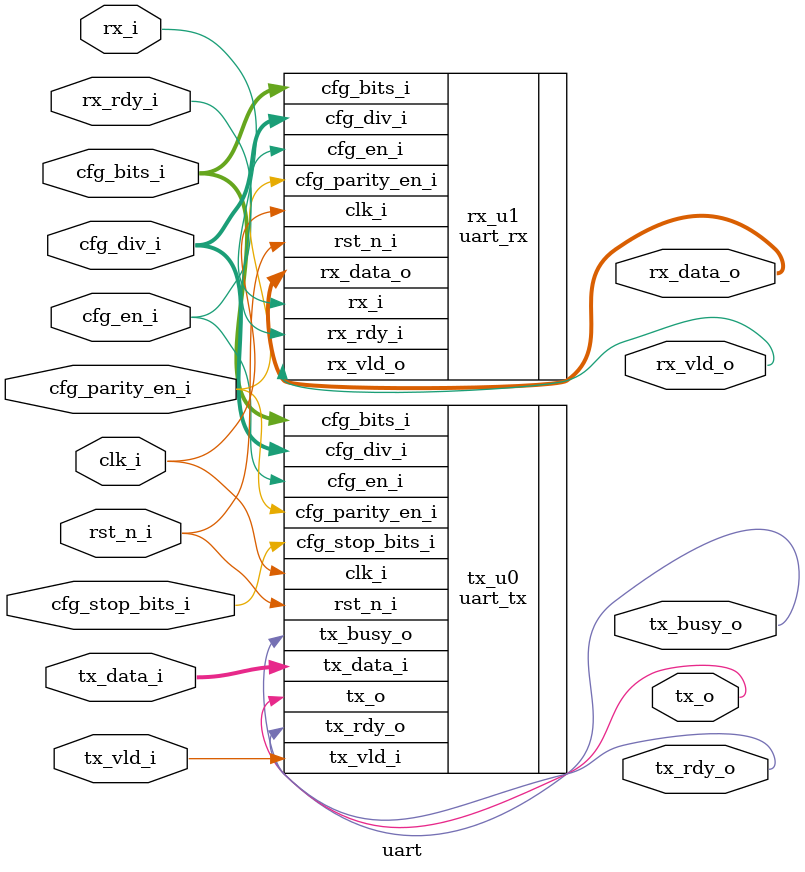
<source format=v>
module uart (
    input  wire        clk_i,
    input  wire        rst_n_i,
    // CONFIG IF
    input  wire        cfg_en_i,         // config: enable
    input  wire [11:0] cfg_div_i,        // config: clock div prescaler
    input  wire        cfg_parity_en_i,  // config: parity check enable
    input  wire [ 1:0] cfg_bits_i,       // config: bits 5,6,7
    input  wire        cfg_stop_bits_i,  // config: stop bit enable, 2-biots stop bit
    // UART IF
    input  wire        rx_i,
    output wire        tx_o,
    output wire        tx_busy_o,
    // Tx stream
    input  wire [ 7:0] tx_data_i,
    input  wire        tx_vld_i,
    output wire        tx_rdy_o,
    // Rx Stream
    output wire [ 7:0] rx_data_o,
    output wire        rx_vld_o,
    input  wire        rx_rdy_i
);


    uart_tx tx_u0 (
        .clk_i          (clk_i),
        .rst_n_i        (rst_n_i),
        .cfg_en_i       (cfg_en_i),
        .cfg_div_i      (cfg_div_i),
        .cfg_bits_i     (cfg_bits_i),
        .cfg_parity_en_i(cfg_parity_en_i),
        .cfg_stop_bits_i(cfg_stop_bits_i),
        .tx_o           (tx_o),
        .tx_busy_o      (tx_busy_o),
        .tx_data_i      (tx_data_i),
        .tx_vld_i       (tx_vld_i),
        .tx_rdy_o       (tx_rdy_o)
    );

    uart_rx rx_u1 (
        .clk_i          (clk_i),
        .rst_n_i        (rst_n_i),
        .cfg_en_i       (cfg_en_i),
        .cfg_div_i      (cfg_div_i),
        .cfg_bits_i     (cfg_bits_i),
        .cfg_parity_en_i(cfg_parity_en_i),
        .rx_i           (rx_i),
        .rx_data_o      (rx_data_o),
        .rx_vld_o       (rx_vld_o),
        .rx_rdy_i       (rx_rdy_i)
    );

endmodule

</source>
